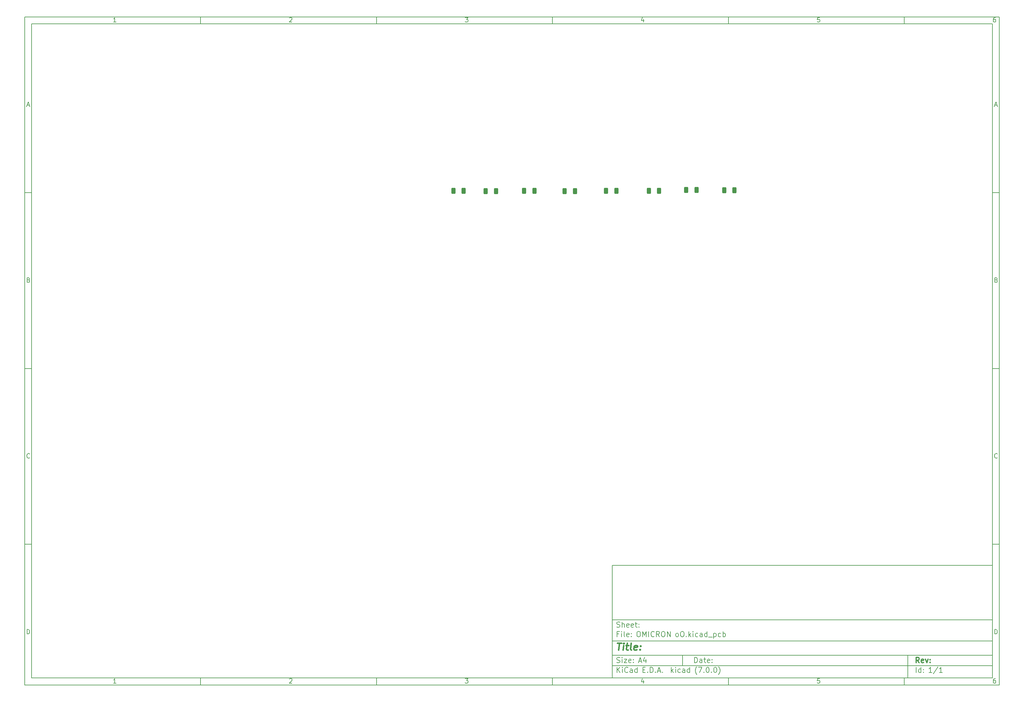
<source format=gbr>
%TF.GenerationSoftware,KiCad,Pcbnew,(7.0.0)*%
%TF.CreationDate,2023-04-21T00:05:07-05:00*%
%TF.ProjectId,OMICRON oO,4f4d4943-524f-44e2-906f-4f2e6b696361,rev?*%
%TF.SameCoordinates,Original*%
%TF.FileFunction,Paste,Bot*%
%TF.FilePolarity,Positive*%
%FSLAX46Y46*%
G04 Gerber Fmt 4.6, Leading zero omitted, Abs format (unit mm)*
G04 Created by KiCad (PCBNEW (7.0.0)) date 2023-04-21 00:05:07*
%MOMM*%
%LPD*%
G01*
G04 APERTURE LIST*
G04 Aperture macros list*
%AMRoundRect*
0 Rectangle with rounded corners*
0 $1 Rounding radius*
0 $2 $3 $4 $5 $6 $7 $8 $9 X,Y pos of 4 corners*
0 Add a 4 corners polygon primitive as box body*
4,1,4,$2,$3,$4,$5,$6,$7,$8,$9,$2,$3,0*
0 Add four circle primitives for the rounded corners*
1,1,$1+$1,$2,$3*
1,1,$1+$1,$4,$5*
1,1,$1+$1,$6,$7*
1,1,$1+$1,$8,$9*
0 Add four rect primitives between the rounded corners*
20,1,$1+$1,$2,$3,$4,$5,0*
20,1,$1+$1,$4,$5,$6,$7,0*
20,1,$1+$1,$6,$7,$8,$9,0*
20,1,$1+$1,$8,$9,$2,$3,0*%
G04 Aperture macros list end*
%ADD10C,0.100000*%
%ADD11C,0.150000*%
%ADD12C,0.300000*%
%ADD13C,0.400000*%
%ADD14RoundRect,0.250000X-0.312500X-0.625000X0.312500X-0.625000X0.312500X0.625000X-0.312500X0.625000X0*%
%ADD15RoundRect,0.250000X0.312500X0.625000X-0.312500X0.625000X-0.312500X-0.625000X0.312500X-0.625000X0*%
G04 APERTURE END LIST*
D10*
D11*
X177002200Y-166007200D02*
X285002200Y-166007200D01*
X285002200Y-198007200D01*
X177002200Y-198007200D01*
X177002200Y-166007200D01*
D10*
D11*
X10000000Y-10000000D02*
X287002200Y-10000000D01*
X287002200Y-200007200D01*
X10000000Y-200007200D01*
X10000000Y-10000000D01*
D10*
D11*
X12000000Y-12000000D02*
X285002200Y-12000000D01*
X285002200Y-198007200D01*
X12000000Y-198007200D01*
X12000000Y-12000000D01*
D10*
D11*
X60000000Y-12000000D02*
X60000000Y-10000000D01*
D10*
D11*
X110000000Y-12000000D02*
X110000000Y-10000000D01*
D10*
D11*
X160000000Y-12000000D02*
X160000000Y-10000000D01*
D10*
D11*
X210000000Y-12000000D02*
X210000000Y-10000000D01*
D10*
D11*
X260000000Y-12000000D02*
X260000000Y-10000000D01*
D10*
D11*
X35990476Y-11477595D02*
X35247619Y-11477595D01*
X35619047Y-11477595D02*
X35619047Y-10177595D01*
X35619047Y-10177595D02*
X35495238Y-10363309D01*
X35495238Y-10363309D02*
X35371428Y-10487119D01*
X35371428Y-10487119D02*
X35247619Y-10549023D01*
D10*
D11*
X85247619Y-10301404D02*
X85309523Y-10239500D01*
X85309523Y-10239500D02*
X85433333Y-10177595D01*
X85433333Y-10177595D02*
X85742857Y-10177595D01*
X85742857Y-10177595D02*
X85866666Y-10239500D01*
X85866666Y-10239500D02*
X85928571Y-10301404D01*
X85928571Y-10301404D02*
X85990476Y-10425214D01*
X85990476Y-10425214D02*
X85990476Y-10549023D01*
X85990476Y-10549023D02*
X85928571Y-10734738D01*
X85928571Y-10734738D02*
X85185714Y-11477595D01*
X85185714Y-11477595D02*
X85990476Y-11477595D01*
D10*
D11*
X135185714Y-10177595D02*
X135990476Y-10177595D01*
X135990476Y-10177595D02*
X135557142Y-10672833D01*
X135557142Y-10672833D02*
X135742857Y-10672833D01*
X135742857Y-10672833D02*
X135866666Y-10734738D01*
X135866666Y-10734738D02*
X135928571Y-10796642D01*
X135928571Y-10796642D02*
X135990476Y-10920452D01*
X135990476Y-10920452D02*
X135990476Y-11229976D01*
X135990476Y-11229976D02*
X135928571Y-11353785D01*
X135928571Y-11353785D02*
X135866666Y-11415690D01*
X135866666Y-11415690D02*
X135742857Y-11477595D01*
X135742857Y-11477595D02*
X135371428Y-11477595D01*
X135371428Y-11477595D02*
X135247619Y-11415690D01*
X135247619Y-11415690D02*
X135185714Y-11353785D01*
D10*
D11*
X185866666Y-10610928D02*
X185866666Y-11477595D01*
X185557142Y-10115690D02*
X185247619Y-11044261D01*
X185247619Y-11044261D02*
X186052380Y-11044261D01*
D10*
D11*
X235928571Y-10177595D02*
X235309523Y-10177595D01*
X235309523Y-10177595D02*
X235247619Y-10796642D01*
X235247619Y-10796642D02*
X235309523Y-10734738D01*
X235309523Y-10734738D02*
X235433333Y-10672833D01*
X235433333Y-10672833D02*
X235742857Y-10672833D01*
X235742857Y-10672833D02*
X235866666Y-10734738D01*
X235866666Y-10734738D02*
X235928571Y-10796642D01*
X235928571Y-10796642D02*
X235990476Y-10920452D01*
X235990476Y-10920452D02*
X235990476Y-11229976D01*
X235990476Y-11229976D02*
X235928571Y-11353785D01*
X235928571Y-11353785D02*
X235866666Y-11415690D01*
X235866666Y-11415690D02*
X235742857Y-11477595D01*
X235742857Y-11477595D02*
X235433333Y-11477595D01*
X235433333Y-11477595D02*
X235309523Y-11415690D01*
X235309523Y-11415690D02*
X235247619Y-11353785D01*
D10*
D11*
X285866666Y-10177595D02*
X285619047Y-10177595D01*
X285619047Y-10177595D02*
X285495238Y-10239500D01*
X285495238Y-10239500D02*
X285433333Y-10301404D01*
X285433333Y-10301404D02*
X285309523Y-10487119D01*
X285309523Y-10487119D02*
X285247619Y-10734738D01*
X285247619Y-10734738D02*
X285247619Y-11229976D01*
X285247619Y-11229976D02*
X285309523Y-11353785D01*
X285309523Y-11353785D02*
X285371428Y-11415690D01*
X285371428Y-11415690D02*
X285495238Y-11477595D01*
X285495238Y-11477595D02*
X285742857Y-11477595D01*
X285742857Y-11477595D02*
X285866666Y-11415690D01*
X285866666Y-11415690D02*
X285928571Y-11353785D01*
X285928571Y-11353785D02*
X285990476Y-11229976D01*
X285990476Y-11229976D02*
X285990476Y-10920452D01*
X285990476Y-10920452D02*
X285928571Y-10796642D01*
X285928571Y-10796642D02*
X285866666Y-10734738D01*
X285866666Y-10734738D02*
X285742857Y-10672833D01*
X285742857Y-10672833D02*
X285495238Y-10672833D01*
X285495238Y-10672833D02*
X285371428Y-10734738D01*
X285371428Y-10734738D02*
X285309523Y-10796642D01*
X285309523Y-10796642D02*
X285247619Y-10920452D01*
D10*
D11*
X60000000Y-198007200D02*
X60000000Y-200007200D01*
D10*
D11*
X110000000Y-198007200D02*
X110000000Y-200007200D01*
D10*
D11*
X160000000Y-198007200D02*
X160000000Y-200007200D01*
D10*
D11*
X210000000Y-198007200D02*
X210000000Y-200007200D01*
D10*
D11*
X260000000Y-198007200D02*
X260000000Y-200007200D01*
D10*
D11*
X35990476Y-199484795D02*
X35247619Y-199484795D01*
X35619047Y-199484795D02*
X35619047Y-198184795D01*
X35619047Y-198184795D02*
X35495238Y-198370509D01*
X35495238Y-198370509D02*
X35371428Y-198494319D01*
X35371428Y-198494319D02*
X35247619Y-198556223D01*
D10*
D11*
X85247619Y-198308604D02*
X85309523Y-198246700D01*
X85309523Y-198246700D02*
X85433333Y-198184795D01*
X85433333Y-198184795D02*
X85742857Y-198184795D01*
X85742857Y-198184795D02*
X85866666Y-198246700D01*
X85866666Y-198246700D02*
X85928571Y-198308604D01*
X85928571Y-198308604D02*
X85990476Y-198432414D01*
X85990476Y-198432414D02*
X85990476Y-198556223D01*
X85990476Y-198556223D02*
X85928571Y-198741938D01*
X85928571Y-198741938D02*
X85185714Y-199484795D01*
X85185714Y-199484795D02*
X85990476Y-199484795D01*
D10*
D11*
X135185714Y-198184795D02*
X135990476Y-198184795D01*
X135990476Y-198184795D02*
X135557142Y-198680033D01*
X135557142Y-198680033D02*
X135742857Y-198680033D01*
X135742857Y-198680033D02*
X135866666Y-198741938D01*
X135866666Y-198741938D02*
X135928571Y-198803842D01*
X135928571Y-198803842D02*
X135990476Y-198927652D01*
X135990476Y-198927652D02*
X135990476Y-199237176D01*
X135990476Y-199237176D02*
X135928571Y-199360985D01*
X135928571Y-199360985D02*
X135866666Y-199422890D01*
X135866666Y-199422890D02*
X135742857Y-199484795D01*
X135742857Y-199484795D02*
X135371428Y-199484795D01*
X135371428Y-199484795D02*
X135247619Y-199422890D01*
X135247619Y-199422890D02*
X135185714Y-199360985D01*
D10*
D11*
X185866666Y-198618128D02*
X185866666Y-199484795D01*
X185557142Y-198122890D02*
X185247619Y-199051461D01*
X185247619Y-199051461D02*
X186052380Y-199051461D01*
D10*
D11*
X235928571Y-198184795D02*
X235309523Y-198184795D01*
X235309523Y-198184795D02*
X235247619Y-198803842D01*
X235247619Y-198803842D02*
X235309523Y-198741938D01*
X235309523Y-198741938D02*
X235433333Y-198680033D01*
X235433333Y-198680033D02*
X235742857Y-198680033D01*
X235742857Y-198680033D02*
X235866666Y-198741938D01*
X235866666Y-198741938D02*
X235928571Y-198803842D01*
X235928571Y-198803842D02*
X235990476Y-198927652D01*
X235990476Y-198927652D02*
X235990476Y-199237176D01*
X235990476Y-199237176D02*
X235928571Y-199360985D01*
X235928571Y-199360985D02*
X235866666Y-199422890D01*
X235866666Y-199422890D02*
X235742857Y-199484795D01*
X235742857Y-199484795D02*
X235433333Y-199484795D01*
X235433333Y-199484795D02*
X235309523Y-199422890D01*
X235309523Y-199422890D02*
X235247619Y-199360985D01*
D10*
D11*
X285866666Y-198184795D02*
X285619047Y-198184795D01*
X285619047Y-198184795D02*
X285495238Y-198246700D01*
X285495238Y-198246700D02*
X285433333Y-198308604D01*
X285433333Y-198308604D02*
X285309523Y-198494319D01*
X285309523Y-198494319D02*
X285247619Y-198741938D01*
X285247619Y-198741938D02*
X285247619Y-199237176D01*
X285247619Y-199237176D02*
X285309523Y-199360985D01*
X285309523Y-199360985D02*
X285371428Y-199422890D01*
X285371428Y-199422890D02*
X285495238Y-199484795D01*
X285495238Y-199484795D02*
X285742857Y-199484795D01*
X285742857Y-199484795D02*
X285866666Y-199422890D01*
X285866666Y-199422890D02*
X285928571Y-199360985D01*
X285928571Y-199360985D02*
X285990476Y-199237176D01*
X285990476Y-199237176D02*
X285990476Y-198927652D01*
X285990476Y-198927652D02*
X285928571Y-198803842D01*
X285928571Y-198803842D02*
X285866666Y-198741938D01*
X285866666Y-198741938D02*
X285742857Y-198680033D01*
X285742857Y-198680033D02*
X285495238Y-198680033D01*
X285495238Y-198680033D02*
X285371428Y-198741938D01*
X285371428Y-198741938D02*
X285309523Y-198803842D01*
X285309523Y-198803842D02*
X285247619Y-198927652D01*
D10*
D11*
X10000000Y-60000000D02*
X12000000Y-60000000D01*
D10*
D11*
X10000000Y-110000000D02*
X12000000Y-110000000D01*
D10*
D11*
X10000000Y-160000000D02*
X12000000Y-160000000D01*
D10*
D11*
X10690476Y-35106166D02*
X11309523Y-35106166D01*
X10566666Y-35477595D02*
X10999999Y-34177595D01*
X10999999Y-34177595D02*
X11433333Y-35477595D01*
D10*
D11*
X11092857Y-84796642D02*
X11278571Y-84858547D01*
X11278571Y-84858547D02*
X11340476Y-84920452D01*
X11340476Y-84920452D02*
X11402380Y-85044261D01*
X11402380Y-85044261D02*
X11402380Y-85229976D01*
X11402380Y-85229976D02*
X11340476Y-85353785D01*
X11340476Y-85353785D02*
X11278571Y-85415690D01*
X11278571Y-85415690D02*
X11154761Y-85477595D01*
X11154761Y-85477595D02*
X10659523Y-85477595D01*
X10659523Y-85477595D02*
X10659523Y-84177595D01*
X10659523Y-84177595D02*
X11092857Y-84177595D01*
X11092857Y-84177595D02*
X11216666Y-84239500D01*
X11216666Y-84239500D02*
X11278571Y-84301404D01*
X11278571Y-84301404D02*
X11340476Y-84425214D01*
X11340476Y-84425214D02*
X11340476Y-84549023D01*
X11340476Y-84549023D02*
X11278571Y-84672833D01*
X11278571Y-84672833D02*
X11216666Y-84734738D01*
X11216666Y-84734738D02*
X11092857Y-84796642D01*
X11092857Y-84796642D02*
X10659523Y-84796642D01*
D10*
D11*
X11402380Y-135353785D02*
X11340476Y-135415690D01*
X11340476Y-135415690D02*
X11154761Y-135477595D01*
X11154761Y-135477595D02*
X11030952Y-135477595D01*
X11030952Y-135477595D02*
X10845238Y-135415690D01*
X10845238Y-135415690D02*
X10721428Y-135291880D01*
X10721428Y-135291880D02*
X10659523Y-135168071D01*
X10659523Y-135168071D02*
X10597619Y-134920452D01*
X10597619Y-134920452D02*
X10597619Y-134734738D01*
X10597619Y-134734738D02*
X10659523Y-134487119D01*
X10659523Y-134487119D02*
X10721428Y-134363309D01*
X10721428Y-134363309D02*
X10845238Y-134239500D01*
X10845238Y-134239500D02*
X11030952Y-134177595D01*
X11030952Y-134177595D02*
X11154761Y-134177595D01*
X11154761Y-134177595D02*
X11340476Y-134239500D01*
X11340476Y-134239500D02*
X11402380Y-134301404D01*
D10*
D11*
X10659523Y-185477595D02*
X10659523Y-184177595D01*
X10659523Y-184177595D02*
X10969047Y-184177595D01*
X10969047Y-184177595D02*
X11154761Y-184239500D01*
X11154761Y-184239500D02*
X11278571Y-184363309D01*
X11278571Y-184363309D02*
X11340476Y-184487119D01*
X11340476Y-184487119D02*
X11402380Y-184734738D01*
X11402380Y-184734738D02*
X11402380Y-184920452D01*
X11402380Y-184920452D02*
X11340476Y-185168071D01*
X11340476Y-185168071D02*
X11278571Y-185291880D01*
X11278571Y-185291880D02*
X11154761Y-185415690D01*
X11154761Y-185415690D02*
X10969047Y-185477595D01*
X10969047Y-185477595D02*
X10659523Y-185477595D01*
D10*
D11*
X287002200Y-60000000D02*
X285002200Y-60000000D01*
D10*
D11*
X287002200Y-110000000D02*
X285002200Y-110000000D01*
D10*
D11*
X287002200Y-160000000D02*
X285002200Y-160000000D01*
D10*
D11*
X285692676Y-35106166D02*
X286311723Y-35106166D01*
X285568866Y-35477595D02*
X286002199Y-34177595D01*
X286002199Y-34177595D02*
X286435533Y-35477595D01*
D10*
D11*
X286095057Y-84796642D02*
X286280771Y-84858547D01*
X286280771Y-84858547D02*
X286342676Y-84920452D01*
X286342676Y-84920452D02*
X286404580Y-85044261D01*
X286404580Y-85044261D02*
X286404580Y-85229976D01*
X286404580Y-85229976D02*
X286342676Y-85353785D01*
X286342676Y-85353785D02*
X286280771Y-85415690D01*
X286280771Y-85415690D02*
X286156961Y-85477595D01*
X286156961Y-85477595D02*
X285661723Y-85477595D01*
X285661723Y-85477595D02*
X285661723Y-84177595D01*
X285661723Y-84177595D02*
X286095057Y-84177595D01*
X286095057Y-84177595D02*
X286218866Y-84239500D01*
X286218866Y-84239500D02*
X286280771Y-84301404D01*
X286280771Y-84301404D02*
X286342676Y-84425214D01*
X286342676Y-84425214D02*
X286342676Y-84549023D01*
X286342676Y-84549023D02*
X286280771Y-84672833D01*
X286280771Y-84672833D02*
X286218866Y-84734738D01*
X286218866Y-84734738D02*
X286095057Y-84796642D01*
X286095057Y-84796642D02*
X285661723Y-84796642D01*
D10*
D11*
X286404580Y-135353785D02*
X286342676Y-135415690D01*
X286342676Y-135415690D02*
X286156961Y-135477595D01*
X286156961Y-135477595D02*
X286033152Y-135477595D01*
X286033152Y-135477595D02*
X285847438Y-135415690D01*
X285847438Y-135415690D02*
X285723628Y-135291880D01*
X285723628Y-135291880D02*
X285661723Y-135168071D01*
X285661723Y-135168071D02*
X285599819Y-134920452D01*
X285599819Y-134920452D02*
X285599819Y-134734738D01*
X285599819Y-134734738D02*
X285661723Y-134487119D01*
X285661723Y-134487119D02*
X285723628Y-134363309D01*
X285723628Y-134363309D02*
X285847438Y-134239500D01*
X285847438Y-134239500D02*
X286033152Y-134177595D01*
X286033152Y-134177595D02*
X286156961Y-134177595D01*
X286156961Y-134177595D02*
X286342676Y-134239500D01*
X286342676Y-134239500D02*
X286404580Y-134301404D01*
D10*
D11*
X285661723Y-185477595D02*
X285661723Y-184177595D01*
X285661723Y-184177595D02*
X285971247Y-184177595D01*
X285971247Y-184177595D02*
X286156961Y-184239500D01*
X286156961Y-184239500D02*
X286280771Y-184363309D01*
X286280771Y-184363309D02*
X286342676Y-184487119D01*
X286342676Y-184487119D02*
X286404580Y-184734738D01*
X286404580Y-184734738D02*
X286404580Y-184920452D01*
X286404580Y-184920452D02*
X286342676Y-185168071D01*
X286342676Y-185168071D02*
X286280771Y-185291880D01*
X286280771Y-185291880D02*
X286156961Y-185415690D01*
X286156961Y-185415690D02*
X285971247Y-185477595D01*
X285971247Y-185477595D02*
X285661723Y-185477595D01*
D10*
D11*
X200359342Y-193658271D02*
X200359342Y-192158271D01*
X200359342Y-192158271D02*
X200716485Y-192158271D01*
X200716485Y-192158271D02*
X200930771Y-192229700D01*
X200930771Y-192229700D02*
X201073628Y-192372557D01*
X201073628Y-192372557D02*
X201145057Y-192515414D01*
X201145057Y-192515414D02*
X201216485Y-192801128D01*
X201216485Y-192801128D02*
X201216485Y-193015414D01*
X201216485Y-193015414D02*
X201145057Y-193301128D01*
X201145057Y-193301128D02*
X201073628Y-193443985D01*
X201073628Y-193443985D02*
X200930771Y-193586842D01*
X200930771Y-193586842D02*
X200716485Y-193658271D01*
X200716485Y-193658271D02*
X200359342Y-193658271D01*
X202502200Y-193658271D02*
X202502200Y-192872557D01*
X202502200Y-192872557D02*
X202430771Y-192729700D01*
X202430771Y-192729700D02*
X202287914Y-192658271D01*
X202287914Y-192658271D02*
X202002200Y-192658271D01*
X202002200Y-192658271D02*
X201859342Y-192729700D01*
X202502200Y-193586842D02*
X202359342Y-193658271D01*
X202359342Y-193658271D02*
X202002200Y-193658271D01*
X202002200Y-193658271D02*
X201859342Y-193586842D01*
X201859342Y-193586842D02*
X201787914Y-193443985D01*
X201787914Y-193443985D02*
X201787914Y-193301128D01*
X201787914Y-193301128D02*
X201859342Y-193158271D01*
X201859342Y-193158271D02*
X202002200Y-193086842D01*
X202002200Y-193086842D02*
X202359342Y-193086842D01*
X202359342Y-193086842D02*
X202502200Y-193015414D01*
X203002200Y-192658271D02*
X203573628Y-192658271D01*
X203216485Y-192158271D02*
X203216485Y-193443985D01*
X203216485Y-193443985D02*
X203287914Y-193586842D01*
X203287914Y-193586842D02*
X203430771Y-193658271D01*
X203430771Y-193658271D02*
X203573628Y-193658271D01*
X204645057Y-193586842D02*
X204502200Y-193658271D01*
X204502200Y-193658271D02*
X204216486Y-193658271D01*
X204216486Y-193658271D02*
X204073628Y-193586842D01*
X204073628Y-193586842D02*
X204002200Y-193443985D01*
X204002200Y-193443985D02*
X204002200Y-192872557D01*
X204002200Y-192872557D02*
X204073628Y-192729700D01*
X204073628Y-192729700D02*
X204216486Y-192658271D01*
X204216486Y-192658271D02*
X204502200Y-192658271D01*
X204502200Y-192658271D02*
X204645057Y-192729700D01*
X204645057Y-192729700D02*
X204716486Y-192872557D01*
X204716486Y-192872557D02*
X204716486Y-193015414D01*
X204716486Y-193015414D02*
X204002200Y-193158271D01*
X205359342Y-193515414D02*
X205430771Y-193586842D01*
X205430771Y-193586842D02*
X205359342Y-193658271D01*
X205359342Y-193658271D02*
X205287914Y-193586842D01*
X205287914Y-193586842D02*
X205359342Y-193515414D01*
X205359342Y-193515414D02*
X205359342Y-193658271D01*
X205359342Y-192729700D02*
X205430771Y-192801128D01*
X205430771Y-192801128D02*
X205359342Y-192872557D01*
X205359342Y-192872557D02*
X205287914Y-192801128D01*
X205287914Y-192801128D02*
X205359342Y-192729700D01*
X205359342Y-192729700D02*
X205359342Y-192872557D01*
D10*
D11*
X177002200Y-194507200D02*
X285002200Y-194507200D01*
D10*
D11*
X178359342Y-196458271D02*
X178359342Y-194958271D01*
X179216485Y-196458271D02*
X178573628Y-195601128D01*
X179216485Y-194958271D02*
X178359342Y-195815414D01*
X179859342Y-196458271D02*
X179859342Y-195458271D01*
X179859342Y-194958271D02*
X179787914Y-195029700D01*
X179787914Y-195029700D02*
X179859342Y-195101128D01*
X179859342Y-195101128D02*
X179930771Y-195029700D01*
X179930771Y-195029700D02*
X179859342Y-194958271D01*
X179859342Y-194958271D02*
X179859342Y-195101128D01*
X181430771Y-196315414D02*
X181359343Y-196386842D01*
X181359343Y-196386842D02*
X181145057Y-196458271D01*
X181145057Y-196458271D02*
X181002200Y-196458271D01*
X181002200Y-196458271D02*
X180787914Y-196386842D01*
X180787914Y-196386842D02*
X180645057Y-196243985D01*
X180645057Y-196243985D02*
X180573628Y-196101128D01*
X180573628Y-196101128D02*
X180502200Y-195815414D01*
X180502200Y-195815414D02*
X180502200Y-195601128D01*
X180502200Y-195601128D02*
X180573628Y-195315414D01*
X180573628Y-195315414D02*
X180645057Y-195172557D01*
X180645057Y-195172557D02*
X180787914Y-195029700D01*
X180787914Y-195029700D02*
X181002200Y-194958271D01*
X181002200Y-194958271D02*
X181145057Y-194958271D01*
X181145057Y-194958271D02*
X181359343Y-195029700D01*
X181359343Y-195029700D02*
X181430771Y-195101128D01*
X182716486Y-196458271D02*
X182716486Y-195672557D01*
X182716486Y-195672557D02*
X182645057Y-195529700D01*
X182645057Y-195529700D02*
X182502200Y-195458271D01*
X182502200Y-195458271D02*
X182216486Y-195458271D01*
X182216486Y-195458271D02*
X182073628Y-195529700D01*
X182716486Y-196386842D02*
X182573628Y-196458271D01*
X182573628Y-196458271D02*
X182216486Y-196458271D01*
X182216486Y-196458271D02*
X182073628Y-196386842D01*
X182073628Y-196386842D02*
X182002200Y-196243985D01*
X182002200Y-196243985D02*
X182002200Y-196101128D01*
X182002200Y-196101128D02*
X182073628Y-195958271D01*
X182073628Y-195958271D02*
X182216486Y-195886842D01*
X182216486Y-195886842D02*
X182573628Y-195886842D01*
X182573628Y-195886842D02*
X182716486Y-195815414D01*
X184073629Y-196458271D02*
X184073629Y-194958271D01*
X184073629Y-196386842D02*
X183930771Y-196458271D01*
X183930771Y-196458271D02*
X183645057Y-196458271D01*
X183645057Y-196458271D02*
X183502200Y-196386842D01*
X183502200Y-196386842D02*
X183430771Y-196315414D01*
X183430771Y-196315414D02*
X183359343Y-196172557D01*
X183359343Y-196172557D02*
X183359343Y-195743985D01*
X183359343Y-195743985D02*
X183430771Y-195601128D01*
X183430771Y-195601128D02*
X183502200Y-195529700D01*
X183502200Y-195529700D02*
X183645057Y-195458271D01*
X183645057Y-195458271D02*
X183930771Y-195458271D01*
X183930771Y-195458271D02*
X184073629Y-195529700D01*
X185687914Y-195672557D02*
X186187914Y-195672557D01*
X186402200Y-196458271D02*
X185687914Y-196458271D01*
X185687914Y-196458271D02*
X185687914Y-194958271D01*
X185687914Y-194958271D02*
X186402200Y-194958271D01*
X187045057Y-196315414D02*
X187116486Y-196386842D01*
X187116486Y-196386842D02*
X187045057Y-196458271D01*
X187045057Y-196458271D02*
X186973629Y-196386842D01*
X186973629Y-196386842D02*
X187045057Y-196315414D01*
X187045057Y-196315414D02*
X187045057Y-196458271D01*
X187759343Y-196458271D02*
X187759343Y-194958271D01*
X187759343Y-194958271D02*
X188116486Y-194958271D01*
X188116486Y-194958271D02*
X188330772Y-195029700D01*
X188330772Y-195029700D02*
X188473629Y-195172557D01*
X188473629Y-195172557D02*
X188545058Y-195315414D01*
X188545058Y-195315414D02*
X188616486Y-195601128D01*
X188616486Y-195601128D02*
X188616486Y-195815414D01*
X188616486Y-195815414D02*
X188545058Y-196101128D01*
X188545058Y-196101128D02*
X188473629Y-196243985D01*
X188473629Y-196243985D02*
X188330772Y-196386842D01*
X188330772Y-196386842D02*
X188116486Y-196458271D01*
X188116486Y-196458271D02*
X187759343Y-196458271D01*
X189259343Y-196315414D02*
X189330772Y-196386842D01*
X189330772Y-196386842D02*
X189259343Y-196458271D01*
X189259343Y-196458271D02*
X189187915Y-196386842D01*
X189187915Y-196386842D02*
X189259343Y-196315414D01*
X189259343Y-196315414D02*
X189259343Y-196458271D01*
X189902201Y-196029700D02*
X190616487Y-196029700D01*
X189759344Y-196458271D02*
X190259344Y-194958271D01*
X190259344Y-194958271D02*
X190759344Y-196458271D01*
X191259343Y-196315414D02*
X191330772Y-196386842D01*
X191330772Y-196386842D02*
X191259343Y-196458271D01*
X191259343Y-196458271D02*
X191187915Y-196386842D01*
X191187915Y-196386842D02*
X191259343Y-196315414D01*
X191259343Y-196315414D02*
X191259343Y-196458271D01*
X193773629Y-196458271D02*
X193773629Y-194958271D01*
X193916487Y-195886842D02*
X194345058Y-196458271D01*
X194345058Y-195458271D02*
X193773629Y-196029700D01*
X194987915Y-196458271D02*
X194987915Y-195458271D01*
X194987915Y-194958271D02*
X194916487Y-195029700D01*
X194916487Y-195029700D02*
X194987915Y-195101128D01*
X194987915Y-195101128D02*
X195059344Y-195029700D01*
X195059344Y-195029700D02*
X194987915Y-194958271D01*
X194987915Y-194958271D02*
X194987915Y-195101128D01*
X196345059Y-196386842D02*
X196202201Y-196458271D01*
X196202201Y-196458271D02*
X195916487Y-196458271D01*
X195916487Y-196458271D02*
X195773630Y-196386842D01*
X195773630Y-196386842D02*
X195702201Y-196315414D01*
X195702201Y-196315414D02*
X195630773Y-196172557D01*
X195630773Y-196172557D02*
X195630773Y-195743985D01*
X195630773Y-195743985D02*
X195702201Y-195601128D01*
X195702201Y-195601128D02*
X195773630Y-195529700D01*
X195773630Y-195529700D02*
X195916487Y-195458271D01*
X195916487Y-195458271D02*
X196202201Y-195458271D01*
X196202201Y-195458271D02*
X196345059Y-195529700D01*
X197630773Y-196458271D02*
X197630773Y-195672557D01*
X197630773Y-195672557D02*
X197559344Y-195529700D01*
X197559344Y-195529700D02*
X197416487Y-195458271D01*
X197416487Y-195458271D02*
X197130773Y-195458271D01*
X197130773Y-195458271D02*
X196987915Y-195529700D01*
X197630773Y-196386842D02*
X197487915Y-196458271D01*
X197487915Y-196458271D02*
X197130773Y-196458271D01*
X197130773Y-196458271D02*
X196987915Y-196386842D01*
X196987915Y-196386842D02*
X196916487Y-196243985D01*
X196916487Y-196243985D02*
X196916487Y-196101128D01*
X196916487Y-196101128D02*
X196987915Y-195958271D01*
X196987915Y-195958271D02*
X197130773Y-195886842D01*
X197130773Y-195886842D02*
X197487915Y-195886842D01*
X197487915Y-195886842D02*
X197630773Y-195815414D01*
X198987916Y-196458271D02*
X198987916Y-194958271D01*
X198987916Y-196386842D02*
X198845058Y-196458271D01*
X198845058Y-196458271D02*
X198559344Y-196458271D01*
X198559344Y-196458271D02*
X198416487Y-196386842D01*
X198416487Y-196386842D02*
X198345058Y-196315414D01*
X198345058Y-196315414D02*
X198273630Y-196172557D01*
X198273630Y-196172557D02*
X198273630Y-195743985D01*
X198273630Y-195743985D02*
X198345058Y-195601128D01*
X198345058Y-195601128D02*
X198416487Y-195529700D01*
X198416487Y-195529700D02*
X198559344Y-195458271D01*
X198559344Y-195458271D02*
X198845058Y-195458271D01*
X198845058Y-195458271D02*
X198987916Y-195529700D01*
X201030773Y-197029700D02*
X200959344Y-196958271D01*
X200959344Y-196958271D02*
X200816487Y-196743985D01*
X200816487Y-196743985D02*
X200745059Y-196601128D01*
X200745059Y-196601128D02*
X200673630Y-196386842D01*
X200673630Y-196386842D02*
X200602201Y-196029700D01*
X200602201Y-196029700D02*
X200602201Y-195743985D01*
X200602201Y-195743985D02*
X200673630Y-195386842D01*
X200673630Y-195386842D02*
X200745059Y-195172557D01*
X200745059Y-195172557D02*
X200816487Y-195029700D01*
X200816487Y-195029700D02*
X200959344Y-194815414D01*
X200959344Y-194815414D02*
X201030773Y-194743985D01*
X201459344Y-194958271D02*
X202459344Y-194958271D01*
X202459344Y-194958271D02*
X201816487Y-196458271D01*
X203030772Y-196315414D02*
X203102201Y-196386842D01*
X203102201Y-196386842D02*
X203030772Y-196458271D01*
X203030772Y-196458271D02*
X202959344Y-196386842D01*
X202959344Y-196386842D02*
X203030772Y-196315414D01*
X203030772Y-196315414D02*
X203030772Y-196458271D01*
X204030773Y-194958271D02*
X204173630Y-194958271D01*
X204173630Y-194958271D02*
X204316487Y-195029700D01*
X204316487Y-195029700D02*
X204387916Y-195101128D01*
X204387916Y-195101128D02*
X204459344Y-195243985D01*
X204459344Y-195243985D02*
X204530773Y-195529700D01*
X204530773Y-195529700D02*
X204530773Y-195886842D01*
X204530773Y-195886842D02*
X204459344Y-196172557D01*
X204459344Y-196172557D02*
X204387916Y-196315414D01*
X204387916Y-196315414D02*
X204316487Y-196386842D01*
X204316487Y-196386842D02*
X204173630Y-196458271D01*
X204173630Y-196458271D02*
X204030773Y-196458271D01*
X204030773Y-196458271D02*
X203887916Y-196386842D01*
X203887916Y-196386842D02*
X203816487Y-196315414D01*
X203816487Y-196315414D02*
X203745058Y-196172557D01*
X203745058Y-196172557D02*
X203673630Y-195886842D01*
X203673630Y-195886842D02*
X203673630Y-195529700D01*
X203673630Y-195529700D02*
X203745058Y-195243985D01*
X203745058Y-195243985D02*
X203816487Y-195101128D01*
X203816487Y-195101128D02*
X203887916Y-195029700D01*
X203887916Y-195029700D02*
X204030773Y-194958271D01*
X205173629Y-196315414D02*
X205245058Y-196386842D01*
X205245058Y-196386842D02*
X205173629Y-196458271D01*
X205173629Y-196458271D02*
X205102201Y-196386842D01*
X205102201Y-196386842D02*
X205173629Y-196315414D01*
X205173629Y-196315414D02*
X205173629Y-196458271D01*
X206173630Y-194958271D02*
X206316487Y-194958271D01*
X206316487Y-194958271D02*
X206459344Y-195029700D01*
X206459344Y-195029700D02*
X206530773Y-195101128D01*
X206530773Y-195101128D02*
X206602201Y-195243985D01*
X206602201Y-195243985D02*
X206673630Y-195529700D01*
X206673630Y-195529700D02*
X206673630Y-195886842D01*
X206673630Y-195886842D02*
X206602201Y-196172557D01*
X206602201Y-196172557D02*
X206530773Y-196315414D01*
X206530773Y-196315414D02*
X206459344Y-196386842D01*
X206459344Y-196386842D02*
X206316487Y-196458271D01*
X206316487Y-196458271D02*
X206173630Y-196458271D01*
X206173630Y-196458271D02*
X206030773Y-196386842D01*
X206030773Y-196386842D02*
X205959344Y-196315414D01*
X205959344Y-196315414D02*
X205887915Y-196172557D01*
X205887915Y-196172557D02*
X205816487Y-195886842D01*
X205816487Y-195886842D02*
X205816487Y-195529700D01*
X205816487Y-195529700D02*
X205887915Y-195243985D01*
X205887915Y-195243985D02*
X205959344Y-195101128D01*
X205959344Y-195101128D02*
X206030773Y-195029700D01*
X206030773Y-195029700D02*
X206173630Y-194958271D01*
X207173629Y-197029700D02*
X207245058Y-196958271D01*
X207245058Y-196958271D02*
X207387915Y-196743985D01*
X207387915Y-196743985D02*
X207459344Y-196601128D01*
X207459344Y-196601128D02*
X207530772Y-196386842D01*
X207530772Y-196386842D02*
X207602201Y-196029700D01*
X207602201Y-196029700D02*
X207602201Y-195743985D01*
X207602201Y-195743985D02*
X207530772Y-195386842D01*
X207530772Y-195386842D02*
X207459344Y-195172557D01*
X207459344Y-195172557D02*
X207387915Y-195029700D01*
X207387915Y-195029700D02*
X207245058Y-194815414D01*
X207245058Y-194815414D02*
X207173629Y-194743985D01*
D10*
D11*
X177002200Y-191507200D02*
X285002200Y-191507200D01*
D10*
D12*
X264216485Y-193658271D02*
X263716485Y-192943985D01*
X263359342Y-193658271D02*
X263359342Y-192158271D01*
X263359342Y-192158271D02*
X263930771Y-192158271D01*
X263930771Y-192158271D02*
X264073628Y-192229700D01*
X264073628Y-192229700D02*
X264145057Y-192301128D01*
X264145057Y-192301128D02*
X264216485Y-192443985D01*
X264216485Y-192443985D02*
X264216485Y-192658271D01*
X264216485Y-192658271D02*
X264145057Y-192801128D01*
X264145057Y-192801128D02*
X264073628Y-192872557D01*
X264073628Y-192872557D02*
X263930771Y-192943985D01*
X263930771Y-192943985D02*
X263359342Y-192943985D01*
X265430771Y-193586842D02*
X265287914Y-193658271D01*
X265287914Y-193658271D02*
X265002200Y-193658271D01*
X265002200Y-193658271D02*
X264859342Y-193586842D01*
X264859342Y-193586842D02*
X264787914Y-193443985D01*
X264787914Y-193443985D02*
X264787914Y-192872557D01*
X264787914Y-192872557D02*
X264859342Y-192729700D01*
X264859342Y-192729700D02*
X265002200Y-192658271D01*
X265002200Y-192658271D02*
X265287914Y-192658271D01*
X265287914Y-192658271D02*
X265430771Y-192729700D01*
X265430771Y-192729700D02*
X265502200Y-192872557D01*
X265502200Y-192872557D02*
X265502200Y-193015414D01*
X265502200Y-193015414D02*
X264787914Y-193158271D01*
X266002199Y-192658271D02*
X266359342Y-193658271D01*
X266359342Y-193658271D02*
X266716485Y-192658271D01*
X267287913Y-193515414D02*
X267359342Y-193586842D01*
X267359342Y-193586842D02*
X267287913Y-193658271D01*
X267287913Y-193658271D02*
X267216485Y-193586842D01*
X267216485Y-193586842D02*
X267287913Y-193515414D01*
X267287913Y-193515414D02*
X267287913Y-193658271D01*
X267287913Y-192729700D02*
X267359342Y-192801128D01*
X267359342Y-192801128D02*
X267287913Y-192872557D01*
X267287913Y-192872557D02*
X267216485Y-192801128D01*
X267216485Y-192801128D02*
X267287913Y-192729700D01*
X267287913Y-192729700D02*
X267287913Y-192872557D01*
D10*
D11*
X178287914Y-193586842D02*
X178502200Y-193658271D01*
X178502200Y-193658271D02*
X178859342Y-193658271D01*
X178859342Y-193658271D02*
X179002200Y-193586842D01*
X179002200Y-193586842D02*
X179073628Y-193515414D01*
X179073628Y-193515414D02*
X179145057Y-193372557D01*
X179145057Y-193372557D02*
X179145057Y-193229700D01*
X179145057Y-193229700D02*
X179073628Y-193086842D01*
X179073628Y-193086842D02*
X179002200Y-193015414D01*
X179002200Y-193015414D02*
X178859342Y-192943985D01*
X178859342Y-192943985D02*
X178573628Y-192872557D01*
X178573628Y-192872557D02*
X178430771Y-192801128D01*
X178430771Y-192801128D02*
X178359342Y-192729700D01*
X178359342Y-192729700D02*
X178287914Y-192586842D01*
X178287914Y-192586842D02*
X178287914Y-192443985D01*
X178287914Y-192443985D02*
X178359342Y-192301128D01*
X178359342Y-192301128D02*
X178430771Y-192229700D01*
X178430771Y-192229700D02*
X178573628Y-192158271D01*
X178573628Y-192158271D02*
X178930771Y-192158271D01*
X178930771Y-192158271D02*
X179145057Y-192229700D01*
X179787913Y-193658271D02*
X179787913Y-192658271D01*
X179787913Y-192158271D02*
X179716485Y-192229700D01*
X179716485Y-192229700D02*
X179787913Y-192301128D01*
X179787913Y-192301128D02*
X179859342Y-192229700D01*
X179859342Y-192229700D02*
X179787913Y-192158271D01*
X179787913Y-192158271D02*
X179787913Y-192301128D01*
X180359342Y-192658271D02*
X181145057Y-192658271D01*
X181145057Y-192658271D02*
X180359342Y-193658271D01*
X180359342Y-193658271D02*
X181145057Y-193658271D01*
X182287914Y-193586842D02*
X182145057Y-193658271D01*
X182145057Y-193658271D02*
X181859343Y-193658271D01*
X181859343Y-193658271D02*
X181716485Y-193586842D01*
X181716485Y-193586842D02*
X181645057Y-193443985D01*
X181645057Y-193443985D02*
X181645057Y-192872557D01*
X181645057Y-192872557D02*
X181716485Y-192729700D01*
X181716485Y-192729700D02*
X181859343Y-192658271D01*
X181859343Y-192658271D02*
X182145057Y-192658271D01*
X182145057Y-192658271D02*
X182287914Y-192729700D01*
X182287914Y-192729700D02*
X182359343Y-192872557D01*
X182359343Y-192872557D02*
X182359343Y-193015414D01*
X182359343Y-193015414D02*
X181645057Y-193158271D01*
X183002199Y-193515414D02*
X183073628Y-193586842D01*
X183073628Y-193586842D02*
X183002199Y-193658271D01*
X183002199Y-193658271D02*
X182930771Y-193586842D01*
X182930771Y-193586842D02*
X183002199Y-193515414D01*
X183002199Y-193515414D02*
X183002199Y-193658271D01*
X183002199Y-192729700D02*
X183073628Y-192801128D01*
X183073628Y-192801128D02*
X183002199Y-192872557D01*
X183002199Y-192872557D02*
X182930771Y-192801128D01*
X182930771Y-192801128D02*
X183002199Y-192729700D01*
X183002199Y-192729700D02*
X183002199Y-192872557D01*
X184545057Y-193229700D02*
X185259343Y-193229700D01*
X184402200Y-193658271D02*
X184902200Y-192158271D01*
X184902200Y-192158271D02*
X185402200Y-193658271D01*
X186545057Y-192658271D02*
X186545057Y-193658271D01*
X186187914Y-192086842D02*
X185830771Y-193158271D01*
X185830771Y-193158271D02*
X186759342Y-193158271D01*
D10*
D11*
X263359342Y-196458271D02*
X263359342Y-194958271D01*
X264716486Y-196458271D02*
X264716486Y-194958271D01*
X264716486Y-196386842D02*
X264573628Y-196458271D01*
X264573628Y-196458271D02*
X264287914Y-196458271D01*
X264287914Y-196458271D02*
X264145057Y-196386842D01*
X264145057Y-196386842D02*
X264073628Y-196315414D01*
X264073628Y-196315414D02*
X264002200Y-196172557D01*
X264002200Y-196172557D02*
X264002200Y-195743985D01*
X264002200Y-195743985D02*
X264073628Y-195601128D01*
X264073628Y-195601128D02*
X264145057Y-195529700D01*
X264145057Y-195529700D02*
X264287914Y-195458271D01*
X264287914Y-195458271D02*
X264573628Y-195458271D01*
X264573628Y-195458271D02*
X264716486Y-195529700D01*
X265430771Y-196315414D02*
X265502200Y-196386842D01*
X265502200Y-196386842D02*
X265430771Y-196458271D01*
X265430771Y-196458271D02*
X265359343Y-196386842D01*
X265359343Y-196386842D02*
X265430771Y-196315414D01*
X265430771Y-196315414D02*
X265430771Y-196458271D01*
X265430771Y-195529700D02*
X265502200Y-195601128D01*
X265502200Y-195601128D02*
X265430771Y-195672557D01*
X265430771Y-195672557D02*
X265359343Y-195601128D01*
X265359343Y-195601128D02*
X265430771Y-195529700D01*
X265430771Y-195529700D02*
X265430771Y-195672557D01*
X267830772Y-196458271D02*
X266973629Y-196458271D01*
X267402200Y-196458271D02*
X267402200Y-194958271D01*
X267402200Y-194958271D02*
X267259343Y-195172557D01*
X267259343Y-195172557D02*
X267116486Y-195315414D01*
X267116486Y-195315414D02*
X266973629Y-195386842D01*
X269545057Y-194886842D02*
X268259343Y-196815414D01*
X270830772Y-196458271D02*
X269973629Y-196458271D01*
X270402200Y-196458271D02*
X270402200Y-194958271D01*
X270402200Y-194958271D02*
X270259343Y-195172557D01*
X270259343Y-195172557D02*
X270116486Y-195315414D01*
X270116486Y-195315414D02*
X269973629Y-195386842D01*
D10*
D11*
X177002200Y-187507200D02*
X285002200Y-187507200D01*
D10*
D13*
X178454580Y-188041961D02*
X179597438Y-188041961D01*
X178776009Y-190041961D02*
X179026009Y-188041961D01*
X180014105Y-190041961D02*
X180180771Y-188708628D01*
X180264105Y-188041961D02*
X180156962Y-188137200D01*
X180156962Y-188137200D02*
X180240295Y-188232438D01*
X180240295Y-188232438D02*
X180347438Y-188137200D01*
X180347438Y-188137200D02*
X180264105Y-188041961D01*
X180264105Y-188041961D02*
X180240295Y-188232438D01*
X180847438Y-188708628D02*
X181609343Y-188708628D01*
X181216486Y-188041961D02*
X181002200Y-189756247D01*
X181002200Y-189756247D02*
X181073629Y-189946723D01*
X181073629Y-189946723D02*
X181252200Y-190041961D01*
X181252200Y-190041961D02*
X181442676Y-190041961D01*
X182395057Y-190041961D02*
X182216486Y-189946723D01*
X182216486Y-189946723D02*
X182145057Y-189756247D01*
X182145057Y-189756247D02*
X182359343Y-188041961D01*
X183930771Y-189946723D02*
X183728390Y-190041961D01*
X183728390Y-190041961D02*
X183347438Y-190041961D01*
X183347438Y-190041961D02*
X183168867Y-189946723D01*
X183168867Y-189946723D02*
X183097438Y-189756247D01*
X183097438Y-189756247D02*
X183192676Y-188994342D01*
X183192676Y-188994342D02*
X183311724Y-188803866D01*
X183311724Y-188803866D02*
X183514105Y-188708628D01*
X183514105Y-188708628D02*
X183895057Y-188708628D01*
X183895057Y-188708628D02*
X184073628Y-188803866D01*
X184073628Y-188803866D02*
X184145057Y-188994342D01*
X184145057Y-188994342D02*
X184121247Y-189184819D01*
X184121247Y-189184819D02*
X183145057Y-189375295D01*
X184895057Y-189851485D02*
X184978391Y-189946723D01*
X184978391Y-189946723D02*
X184871248Y-190041961D01*
X184871248Y-190041961D02*
X184787914Y-189946723D01*
X184787914Y-189946723D02*
X184895057Y-189851485D01*
X184895057Y-189851485D02*
X184871248Y-190041961D01*
X185026010Y-188803866D02*
X185109343Y-188899104D01*
X185109343Y-188899104D02*
X185002200Y-188994342D01*
X185002200Y-188994342D02*
X184918867Y-188899104D01*
X184918867Y-188899104D02*
X185026010Y-188803866D01*
X185026010Y-188803866D02*
X185002200Y-188994342D01*
D10*
D11*
X178859342Y-185472557D02*
X178359342Y-185472557D01*
X178359342Y-186258271D02*
X178359342Y-184758271D01*
X178359342Y-184758271D02*
X179073628Y-184758271D01*
X179645056Y-186258271D02*
X179645056Y-185258271D01*
X179645056Y-184758271D02*
X179573628Y-184829700D01*
X179573628Y-184829700D02*
X179645056Y-184901128D01*
X179645056Y-184901128D02*
X179716485Y-184829700D01*
X179716485Y-184829700D02*
X179645056Y-184758271D01*
X179645056Y-184758271D02*
X179645056Y-184901128D01*
X180573628Y-186258271D02*
X180430771Y-186186842D01*
X180430771Y-186186842D02*
X180359342Y-186043985D01*
X180359342Y-186043985D02*
X180359342Y-184758271D01*
X181716485Y-186186842D02*
X181573628Y-186258271D01*
X181573628Y-186258271D02*
X181287914Y-186258271D01*
X181287914Y-186258271D02*
X181145056Y-186186842D01*
X181145056Y-186186842D02*
X181073628Y-186043985D01*
X181073628Y-186043985D02*
X181073628Y-185472557D01*
X181073628Y-185472557D02*
X181145056Y-185329700D01*
X181145056Y-185329700D02*
X181287914Y-185258271D01*
X181287914Y-185258271D02*
X181573628Y-185258271D01*
X181573628Y-185258271D02*
X181716485Y-185329700D01*
X181716485Y-185329700D02*
X181787914Y-185472557D01*
X181787914Y-185472557D02*
X181787914Y-185615414D01*
X181787914Y-185615414D02*
X181073628Y-185758271D01*
X182430770Y-186115414D02*
X182502199Y-186186842D01*
X182502199Y-186186842D02*
X182430770Y-186258271D01*
X182430770Y-186258271D02*
X182359342Y-186186842D01*
X182359342Y-186186842D02*
X182430770Y-186115414D01*
X182430770Y-186115414D02*
X182430770Y-186258271D01*
X182430770Y-185329700D02*
X182502199Y-185401128D01*
X182502199Y-185401128D02*
X182430770Y-185472557D01*
X182430770Y-185472557D02*
X182359342Y-185401128D01*
X182359342Y-185401128D02*
X182430770Y-185329700D01*
X182430770Y-185329700D02*
X182430770Y-185472557D01*
X184330771Y-184758271D02*
X184616485Y-184758271D01*
X184616485Y-184758271D02*
X184759342Y-184829700D01*
X184759342Y-184829700D02*
X184902199Y-184972557D01*
X184902199Y-184972557D02*
X184973628Y-185258271D01*
X184973628Y-185258271D02*
X184973628Y-185758271D01*
X184973628Y-185758271D02*
X184902199Y-186043985D01*
X184902199Y-186043985D02*
X184759342Y-186186842D01*
X184759342Y-186186842D02*
X184616485Y-186258271D01*
X184616485Y-186258271D02*
X184330771Y-186258271D01*
X184330771Y-186258271D02*
X184187914Y-186186842D01*
X184187914Y-186186842D02*
X184045056Y-186043985D01*
X184045056Y-186043985D02*
X183973628Y-185758271D01*
X183973628Y-185758271D02*
X183973628Y-185258271D01*
X183973628Y-185258271D02*
X184045056Y-184972557D01*
X184045056Y-184972557D02*
X184187914Y-184829700D01*
X184187914Y-184829700D02*
X184330771Y-184758271D01*
X185616485Y-186258271D02*
X185616485Y-184758271D01*
X185616485Y-184758271D02*
X186116485Y-185829700D01*
X186116485Y-185829700D02*
X186616485Y-184758271D01*
X186616485Y-184758271D02*
X186616485Y-186258271D01*
X187330771Y-186258271D02*
X187330771Y-184758271D01*
X188902200Y-186115414D02*
X188830772Y-186186842D01*
X188830772Y-186186842D02*
X188616486Y-186258271D01*
X188616486Y-186258271D02*
X188473629Y-186258271D01*
X188473629Y-186258271D02*
X188259343Y-186186842D01*
X188259343Y-186186842D02*
X188116486Y-186043985D01*
X188116486Y-186043985D02*
X188045057Y-185901128D01*
X188045057Y-185901128D02*
X187973629Y-185615414D01*
X187973629Y-185615414D02*
X187973629Y-185401128D01*
X187973629Y-185401128D02*
X188045057Y-185115414D01*
X188045057Y-185115414D02*
X188116486Y-184972557D01*
X188116486Y-184972557D02*
X188259343Y-184829700D01*
X188259343Y-184829700D02*
X188473629Y-184758271D01*
X188473629Y-184758271D02*
X188616486Y-184758271D01*
X188616486Y-184758271D02*
X188830772Y-184829700D01*
X188830772Y-184829700D02*
X188902200Y-184901128D01*
X190402200Y-186258271D02*
X189902200Y-185543985D01*
X189545057Y-186258271D02*
X189545057Y-184758271D01*
X189545057Y-184758271D02*
X190116486Y-184758271D01*
X190116486Y-184758271D02*
X190259343Y-184829700D01*
X190259343Y-184829700D02*
X190330772Y-184901128D01*
X190330772Y-184901128D02*
X190402200Y-185043985D01*
X190402200Y-185043985D02*
X190402200Y-185258271D01*
X190402200Y-185258271D02*
X190330772Y-185401128D01*
X190330772Y-185401128D02*
X190259343Y-185472557D01*
X190259343Y-185472557D02*
X190116486Y-185543985D01*
X190116486Y-185543985D02*
X189545057Y-185543985D01*
X191330772Y-184758271D02*
X191616486Y-184758271D01*
X191616486Y-184758271D02*
X191759343Y-184829700D01*
X191759343Y-184829700D02*
X191902200Y-184972557D01*
X191902200Y-184972557D02*
X191973629Y-185258271D01*
X191973629Y-185258271D02*
X191973629Y-185758271D01*
X191973629Y-185758271D02*
X191902200Y-186043985D01*
X191902200Y-186043985D02*
X191759343Y-186186842D01*
X191759343Y-186186842D02*
X191616486Y-186258271D01*
X191616486Y-186258271D02*
X191330772Y-186258271D01*
X191330772Y-186258271D02*
X191187915Y-186186842D01*
X191187915Y-186186842D02*
X191045057Y-186043985D01*
X191045057Y-186043985D02*
X190973629Y-185758271D01*
X190973629Y-185758271D02*
X190973629Y-185258271D01*
X190973629Y-185258271D02*
X191045057Y-184972557D01*
X191045057Y-184972557D02*
X191187915Y-184829700D01*
X191187915Y-184829700D02*
X191330772Y-184758271D01*
X192616486Y-186258271D02*
X192616486Y-184758271D01*
X192616486Y-184758271D02*
X193473629Y-186258271D01*
X193473629Y-186258271D02*
X193473629Y-184758271D01*
X195302201Y-186258271D02*
X195159344Y-186186842D01*
X195159344Y-186186842D02*
X195087915Y-186115414D01*
X195087915Y-186115414D02*
X195016487Y-185972557D01*
X195016487Y-185972557D02*
X195016487Y-185543985D01*
X195016487Y-185543985D02*
X195087915Y-185401128D01*
X195087915Y-185401128D02*
X195159344Y-185329700D01*
X195159344Y-185329700D02*
X195302201Y-185258271D01*
X195302201Y-185258271D02*
X195516487Y-185258271D01*
X195516487Y-185258271D02*
X195659344Y-185329700D01*
X195659344Y-185329700D02*
X195730773Y-185401128D01*
X195730773Y-185401128D02*
X195802201Y-185543985D01*
X195802201Y-185543985D02*
X195802201Y-185972557D01*
X195802201Y-185972557D02*
X195730773Y-186115414D01*
X195730773Y-186115414D02*
X195659344Y-186186842D01*
X195659344Y-186186842D02*
X195516487Y-186258271D01*
X195516487Y-186258271D02*
X195302201Y-186258271D01*
X196730773Y-184758271D02*
X197016487Y-184758271D01*
X197016487Y-184758271D02*
X197159344Y-184829700D01*
X197159344Y-184829700D02*
X197302201Y-184972557D01*
X197302201Y-184972557D02*
X197373630Y-185258271D01*
X197373630Y-185258271D02*
X197373630Y-185758271D01*
X197373630Y-185758271D02*
X197302201Y-186043985D01*
X197302201Y-186043985D02*
X197159344Y-186186842D01*
X197159344Y-186186842D02*
X197016487Y-186258271D01*
X197016487Y-186258271D02*
X196730773Y-186258271D01*
X196730773Y-186258271D02*
X196587916Y-186186842D01*
X196587916Y-186186842D02*
X196445058Y-186043985D01*
X196445058Y-186043985D02*
X196373630Y-185758271D01*
X196373630Y-185758271D02*
X196373630Y-185258271D01*
X196373630Y-185258271D02*
X196445058Y-184972557D01*
X196445058Y-184972557D02*
X196587916Y-184829700D01*
X196587916Y-184829700D02*
X196730773Y-184758271D01*
X198016487Y-186115414D02*
X198087916Y-186186842D01*
X198087916Y-186186842D02*
X198016487Y-186258271D01*
X198016487Y-186258271D02*
X197945059Y-186186842D01*
X197945059Y-186186842D02*
X198016487Y-186115414D01*
X198016487Y-186115414D02*
X198016487Y-186258271D01*
X198730773Y-186258271D02*
X198730773Y-184758271D01*
X198873631Y-185686842D02*
X199302202Y-186258271D01*
X199302202Y-185258271D02*
X198730773Y-185829700D01*
X199945059Y-186258271D02*
X199945059Y-185258271D01*
X199945059Y-184758271D02*
X199873631Y-184829700D01*
X199873631Y-184829700D02*
X199945059Y-184901128D01*
X199945059Y-184901128D02*
X200016488Y-184829700D01*
X200016488Y-184829700D02*
X199945059Y-184758271D01*
X199945059Y-184758271D02*
X199945059Y-184901128D01*
X201302203Y-186186842D02*
X201159345Y-186258271D01*
X201159345Y-186258271D02*
X200873631Y-186258271D01*
X200873631Y-186258271D02*
X200730774Y-186186842D01*
X200730774Y-186186842D02*
X200659345Y-186115414D01*
X200659345Y-186115414D02*
X200587917Y-185972557D01*
X200587917Y-185972557D02*
X200587917Y-185543985D01*
X200587917Y-185543985D02*
X200659345Y-185401128D01*
X200659345Y-185401128D02*
X200730774Y-185329700D01*
X200730774Y-185329700D02*
X200873631Y-185258271D01*
X200873631Y-185258271D02*
X201159345Y-185258271D01*
X201159345Y-185258271D02*
X201302203Y-185329700D01*
X202587917Y-186258271D02*
X202587917Y-185472557D01*
X202587917Y-185472557D02*
X202516488Y-185329700D01*
X202516488Y-185329700D02*
X202373631Y-185258271D01*
X202373631Y-185258271D02*
X202087917Y-185258271D01*
X202087917Y-185258271D02*
X201945059Y-185329700D01*
X202587917Y-186186842D02*
X202445059Y-186258271D01*
X202445059Y-186258271D02*
X202087917Y-186258271D01*
X202087917Y-186258271D02*
X201945059Y-186186842D01*
X201945059Y-186186842D02*
X201873631Y-186043985D01*
X201873631Y-186043985D02*
X201873631Y-185901128D01*
X201873631Y-185901128D02*
X201945059Y-185758271D01*
X201945059Y-185758271D02*
X202087917Y-185686842D01*
X202087917Y-185686842D02*
X202445059Y-185686842D01*
X202445059Y-185686842D02*
X202587917Y-185615414D01*
X203945060Y-186258271D02*
X203945060Y-184758271D01*
X203945060Y-186186842D02*
X203802202Y-186258271D01*
X203802202Y-186258271D02*
X203516488Y-186258271D01*
X203516488Y-186258271D02*
X203373631Y-186186842D01*
X203373631Y-186186842D02*
X203302202Y-186115414D01*
X203302202Y-186115414D02*
X203230774Y-185972557D01*
X203230774Y-185972557D02*
X203230774Y-185543985D01*
X203230774Y-185543985D02*
X203302202Y-185401128D01*
X203302202Y-185401128D02*
X203373631Y-185329700D01*
X203373631Y-185329700D02*
X203516488Y-185258271D01*
X203516488Y-185258271D02*
X203802202Y-185258271D01*
X203802202Y-185258271D02*
X203945060Y-185329700D01*
X204302203Y-186401128D02*
X205445060Y-186401128D01*
X205802202Y-185258271D02*
X205802202Y-186758271D01*
X205802202Y-185329700D02*
X205945060Y-185258271D01*
X205945060Y-185258271D02*
X206230774Y-185258271D01*
X206230774Y-185258271D02*
X206373631Y-185329700D01*
X206373631Y-185329700D02*
X206445060Y-185401128D01*
X206445060Y-185401128D02*
X206516488Y-185543985D01*
X206516488Y-185543985D02*
X206516488Y-185972557D01*
X206516488Y-185972557D02*
X206445060Y-186115414D01*
X206445060Y-186115414D02*
X206373631Y-186186842D01*
X206373631Y-186186842D02*
X206230774Y-186258271D01*
X206230774Y-186258271D02*
X205945060Y-186258271D01*
X205945060Y-186258271D02*
X205802202Y-186186842D01*
X207802203Y-186186842D02*
X207659345Y-186258271D01*
X207659345Y-186258271D02*
X207373631Y-186258271D01*
X207373631Y-186258271D02*
X207230774Y-186186842D01*
X207230774Y-186186842D02*
X207159345Y-186115414D01*
X207159345Y-186115414D02*
X207087917Y-185972557D01*
X207087917Y-185972557D02*
X207087917Y-185543985D01*
X207087917Y-185543985D02*
X207159345Y-185401128D01*
X207159345Y-185401128D02*
X207230774Y-185329700D01*
X207230774Y-185329700D02*
X207373631Y-185258271D01*
X207373631Y-185258271D02*
X207659345Y-185258271D01*
X207659345Y-185258271D02*
X207802203Y-185329700D01*
X208445059Y-186258271D02*
X208445059Y-184758271D01*
X208445059Y-185329700D02*
X208587917Y-185258271D01*
X208587917Y-185258271D02*
X208873631Y-185258271D01*
X208873631Y-185258271D02*
X209016488Y-185329700D01*
X209016488Y-185329700D02*
X209087917Y-185401128D01*
X209087917Y-185401128D02*
X209159345Y-185543985D01*
X209159345Y-185543985D02*
X209159345Y-185972557D01*
X209159345Y-185972557D02*
X209087917Y-186115414D01*
X209087917Y-186115414D02*
X209016488Y-186186842D01*
X209016488Y-186186842D02*
X208873631Y-186258271D01*
X208873631Y-186258271D02*
X208587917Y-186258271D01*
X208587917Y-186258271D02*
X208445059Y-186186842D01*
D10*
D11*
X177002200Y-181507200D02*
X285002200Y-181507200D01*
D10*
D11*
X178287914Y-183486842D02*
X178502200Y-183558271D01*
X178502200Y-183558271D02*
X178859342Y-183558271D01*
X178859342Y-183558271D02*
X179002200Y-183486842D01*
X179002200Y-183486842D02*
X179073628Y-183415414D01*
X179073628Y-183415414D02*
X179145057Y-183272557D01*
X179145057Y-183272557D02*
X179145057Y-183129700D01*
X179145057Y-183129700D02*
X179073628Y-182986842D01*
X179073628Y-182986842D02*
X179002200Y-182915414D01*
X179002200Y-182915414D02*
X178859342Y-182843985D01*
X178859342Y-182843985D02*
X178573628Y-182772557D01*
X178573628Y-182772557D02*
X178430771Y-182701128D01*
X178430771Y-182701128D02*
X178359342Y-182629700D01*
X178359342Y-182629700D02*
X178287914Y-182486842D01*
X178287914Y-182486842D02*
X178287914Y-182343985D01*
X178287914Y-182343985D02*
X178359342Y-182201128D01*
X178359342Y-182201128D02*
X178430771Y-182129700D01*
X178430771Y-182129700D02*
X178573628Y-182058271D01*
X178573628Y-182058271D02*
X178930771Y-182058271D01*
X178930771Y-182058271D02*
X179145057Y-182129700D01*
X179787913Y-183558271D02*
X179787913Y-182058271D01*
X180430771Y-183558271D02*
X180430771Y-182772557D01*
X180430771Y-182772557D02*
X180359342Y-182629700D01*
X180359342Y-182629700D02*
X180216485Y-182558271D01*
X180216485Y-182558271D02*
X180002199Y-182558271D01*
X180002199Y-182558271D02*
X179859342Y-182629700D01*
X179859342Y-182629700D02*
X179787913Y-182701128D01*
X181716485Y-183486842D02*
X181573628Y-183558271D01*
X181573628Y-183558271D02*
X181287914Y-183558271D01*
X181287914Y-183558271D02*
X181145056Y-183486842D01*
X181145056Y-183486842D02*
X181073628Y-183343985D01*
X181073628Y-183343985D02*
X181073628Y-182772557D01*
X181073628Y-182772557D02*
X181145056Y-182629700D01*
X181145056Y-182629700D02*
X181287914Y-182558271D01*
X181287914Y-182558271D02*
X181573628Y-182558271D01*
X181573628Y-182558271D02*
X181716485Y-182629700D01*
X181716485Y-182629700D02*
X181787914Y-182772557D01*
X181787914Y-182772557D02*
X181787914Y-182915414D01*
X181787914Y-182915414D02*
X181073628Y-183058271D01*
X183002199Y-183486842D02*
X182859342Y-183558271D01*
X182859342Y-183558271D02*
X182573628Y-183558271D01*
X182573628Y-183558271D02*
X182430770Y-183486842D01*
X182430770Y-183486842D02*
X182359342Y-183343985D01*
X182359342Y-183343985D02*
X182359342Y-182772557D01*
X182359342Y-182772557D02*
X182430770Y-182629700D01*
X182430770Y-182629700D02*
X182573628Y-182558271D01*
X182573628Y-182558271D02*
X182859342Y-182558271D01*
X182859342Y-182558271D02*
X183002199Y-182629700D01*
X183002199Y-182629700D02*
X183073628Y-182772557D01*
X183073628Y-182772557D02*
X183073628Y-182915414D01*
X183073628Y-182915414D02*
X182359342Y-183058271D01*
X183502199Y-182558271D02*
X184073627Y-182558271D01*
X183716484Y-182058271D02*
X183716484Y-183343985D01*
X183716484Y-183343985D02*
X183787913Y-183486842D01*
X183787913Y-183486842D02*
X183930770Y-183558271D01*
X183930770Y-183558271D02*
X184073627Y-183558271D01*
X184573627Y-183415414D02*
X184645056Y-183486842D01*
X184645056Y-183486842D02*
X184573627Y-183558271D01*
X184573627Y-183558271D02*
X184502199Y-183486842D01*
X184502199Y-183486842D02*
X184573627Y-183415414D01*
X184573627Y-183415414D02*
X184573627Y-183558271D01*
X184573627Y-182629700D02*
X184645056Y-182701128D01*
X184645056Y-182701128D02*
X184573627Y-182772557D01*
X184573627Y-182772557D02*
X184502199Y-182701128D01*
X184502199Y-182701128D02*
X184573627Y-182629700D01*
X184573627Y-182629700D02*
X184573627Y-182772557D01*
D10*
D12*
D10*
D11*
D10*
D11*
D10*
D11*
D10*
D11*
D10*
D11*
X197002200Y-191507200D02*
X197002200Y-194507200D01*
D10*
D11*
X261002200Y-191507200D02*
X261002200Y-198007200D01*
D14*
%TO.C,R1*%
X141017500Y-59510000D03*
X143942500Y-59510000D03*
%TD*%
%TO.C,R2*%
X163437500Y-59510000D03*
X166362500Y-59510000D03*
%TD*%
D15*
%TO.C,R3*%
X134750000Y-59500000D03*
X131825000Y-59500000D03*
%TD*%
D14*
%TO.C,R7*%
X151937500Y-59490000D03*
X154862500Y-59490000D03*
%TD*%
%TO.C,R8*%
X187370000Y-59460000D03*
X190295000Y-59460000D03*
%TD*%
%TO.C,R6*%
X175227500Y-59470000D03*
X178152500Y-59470000D03*
%TD*%
%TO.C,R5*%
X208807500Y-59330000D03*
X211732500Y-59330000D03*
%TD*%
%TO.C,R4*%
X198000000Y-59200000D03*
X200925000Y-59200000D03*
%TD*%
M02*

</source>
